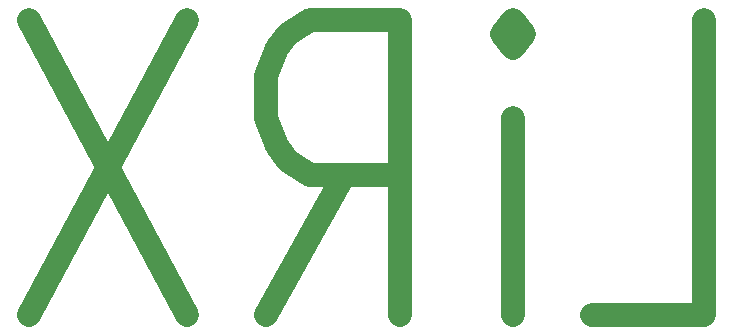
<source format=gbr>
%TF.GenerationSoftware,KiCad,Pcbnew,6.0.0~rc2+dfsg1-1*%
%TF.CreationDate,2022-01-05T20:23:20+00:00*%
%TF.ProjectId,LiRX_tht,4c695258-5f74-4687-942e-6b696361645f,rev?*%
%TF.SameCoordinates,Original*%
%TF.FileFunction,Legend,Bot*%
%TF.FilePolarity,Positive*%
%FSLAX46Y46*%
G04 Gerber Fmt 4.6, Leading zero omitted, Abs format (unit mm)*
G04 Created by KiCad (PCBNEW 6.0.0~rc2+dfsg1-1) date 2022-01-05 20:23:20*
%MOMM*%
%LPD*%
G01*
G04 APERTURE LIST*
%ADD10C,2.000000*%
G04 APERTURE END LIST*
D10*
X117155238Y-107194523D02*
X126679047Y-107194523D01*
X126679047Y-82194523D01*
X110488571Y-107194523D02*
X110488571Y-90527857D01*
X110488571Y-82194523D02*
X111440952Y-83385000D01*
X110488571Y-84575476D01*
X109536190Y-83385000D01*
X110488571Y-82194523D01*
X110488571Y-84575476D01*
X89536190Y-107194523D02*
X96202857Y-95289761D01*
X100964761Y-107194523D02*
X100964761Y-82194523D01*
X93345714Y-82194523D01*
X91440952Y-83385000D01*
X90488571Y-84575476D01*
X89536190Y-86956428D01*
X89536190Y-90527857D01*
X90488571Y-92908809D01*
X91440952Y-94099285D01*
X93345714Y-95289761D01*
X100964761Y-95289761D01*
X82869523Y-82194523D02*
X69536190Y-107194523D01*
X69536190Y-82194523D02*
X82869523Y-107194523D01*
M02*

</source>
